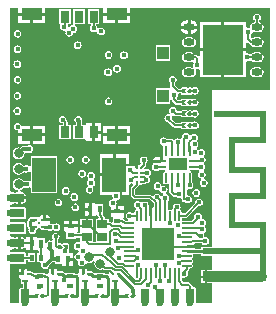
<source format=gtl>
G04 Layer_Physical_Order=1*
G04 Layer_Color=255*
%FSLAX44Y44*%
%MOMM*%
G71*
G01*
G75*
%ADD10R,0.2000X0.2000*%
%ADD11O,0.8500X0.2000*%
%ADD12O,0.2000X0.8500*%
%ADD13R,2.8000X2.8000*%
%ADD14C,0.2200*%
%ADD15R,0.6000X0.4000*%
%ADD16R,2.0000X3.0000*%
%ADD17R,0.4000X0.6000*%
G04:AMPARAMS|DCode=18|XSize=0.45mm|YSize=0.23mm|CornerRadius=0mm|HoleSize=0mm|Usage=FLASHONLY|Rotation=0.000|XOffset=0mm|YOffset=0mm|HoleType=Round|Shape=Octagon|*
%AMOCTAGOND18*
4,1,8,0.2250,-0.0575,0.2250,0.0575,0.1675,0.1150,-0.1675,0.1150,-0.2250,0.0575,-0.2250,-0.0575,-0.1675,-0.1150,0.1675,-0.1150,0.2250,-0.0575,0.0*
%
%ADD18OCTAGOND18*%

%ADD19C,0.2500*%
%ADD20R,0.8500X0.7500*%
%ADD21R,0.5000X0.2500*%
%ADD22R,0.2000X0.2500*%
%ADD23R,0.5000X0.5000*%
%ADD24R,0.5000X0.9000*%
%ADD25R,1.5000X1.0000*%
%ADD26O,0.2500X0.9000*%
%ADD27O,0.9000X0.2500*%
%ADD28O,0.9500X0.6000*%
%ADD29R,3.4000X4.2000*%
%ADD30C,0.8000*%
%ADD31R,0.8000X1.0000*%
%ADD32R,1.8000X1.0000*%
%ADD33R,1.0000X1.1000*%
%ADD34C,0.2000*%
%ADD35C,0.2500*%
%ADD36C,0.5000*%
%ADD37C,0.9000*%
%ADD38C,0.1500*%
%ADD39C,0.2300*%
%ADD40C,0.3000*%
%ADD41C,0.1800*%
%ADD42C,0.2510*%
%ADD43C,0.6000*%
%ADD44C,0.4500*%
%ADD45C,0.5000*%
%ADD46R,0.8000X1.2000*%
%ADD47R,1.2000X0.8000*%
G36*
X79666Y3900D02*
X77666D01*
X75666Y5900D01*
X77666Y7900D01*
X79666D01*
Y3900D01*
D02*
G37*
G36*
X73647Y5900D02*
X75647Y3900D01*
X71647D01*
Y7900D01*
X75647D01*
X73647Y5900D01*
D02*
G37*
G36*
X99080D02*
X101080Y3900D01*
X97080D01*
Y7900D01*
X101080D01*
X99080Y5900D01*
D02*
G37*
G36*
X162000Y40100D02*
X165155D01*
X165500Y40031D01*
X171000D01*
Y28208D01*
X167520D01*
X166978Y28100D01*
X162000D01*
Y23041D01*
X161912Y22600D01*
X162000Y22159D01*
Y17100D01*
X166978D01*
X167520Y16992D01*
X171000D01*
Y0D01*
X157549D01*
X157482Y100D01*
Y12100D01*
X157165Y12865D01*
X156400Y13182D01*
X154439D01*
Y14100D01*
X154284Y14880D01*
X153842Y15542D01*
X153842Y15542D01*
X152342Y17042D01*
X151680Y17484D01*
X150900Y17639D01*
X146745D01*
X145239Y19145D01*
Y21014D01*
X146509Y21730D01*
X147450Y21543D01*
X148718Y21795D01*
X149793Y22514D01*
X150511Y23589D01*
X150764Y24857D01*
X150511Y26125D01*
X150892Y27208D01*
X151334Y27870D01*
X151489Y28650D01*
X152258Y29611D01*
X152700D01*
X153480Y29766D01*
X154142Y30208D01*
X154584Y30870D01*
X154739Y31650D01*
X154584Y32430D01*
X154142Y33092D01*
Y34208D01*
X154584Y34870D01*
X154739Y35650D01*
X154584Y36430D01*
X154142Y37092D01*
Y38208D01*
X154584Y38870D01*
X154739Y39650D01*
X154654Y40081D01*
X155221Y41073D01*
X155496Y41351D01*
X162000D01*
Y40100D01*
D02*
G37*
G36*
X105100Y3900D02*
X103100D01*
X101100Y5900D01*
X103100Y7900D01*
X105100D01*
Y3900D01*
D02*
G37*
G36*
X22780Y5900D02*
X24780Y3900D01*
X20780D01*
Y7900D01*
X24780D01*
X22780Y5900D01*
D02*
G37*
G36*
X220000Y180000D02*
X171000D01*
Y47169D01*
X165500D01*
X165155Y47100D01*
X162000D01*
Y45949D01*
X157232D01*
X156890Y46380D01*
X149450D01*
Y48920D01*
X156057D01*
X156035Y49031D01*
X155624Y49646D01*
X156296Y50916D01*
X162066D01*
X162607Y50107D01*
X163682Y49389D01*
X164950Y49136D01*
X166218Y49389D01*
X167293Y50107D01*
X168011Y51182D01*
X168263Y52450D01*
X168011Y53718D01*
X167293Y54793D01*
X166218Y55511D01*
X164950Y55764D01*
X164558Y56981D01*
X164361Y57968D01*
X164311Y58044D01*
X164108Y59299D01*
X165183Y60017D01*
X165901Y61092D01*
X166154Y62360D01*
X165901Y63628D01*
X165358Y64441D01*
X165183Y64758D01*
X165190Y66226D01*
X165461Y66632D01*
X165713Y67900D01*
X165461Y69168D01*
X164743Y70243D01*
X163668Y70961D01*
X163218Y71051D01*
X162386Y71374D01*
X162296Y72430D01*
X162360Y72750D01*
X162108Y74018D01*
X161389Y75093D01*
X160314Y75811D01*
X159046Y76064D01*
X157778Y75811D01*
X156703Y75093D01*
X155985Y74018D01*
X155732Y72750D01*
X155937Y71721D01*
X153905Y69689D01*
X146343D01*
X146077Y69812D01*
X145362Y70527D01*
X145333Y70591D01*
X145812Y71861D01*
X148700D01*
X149480Y72016D01*
X150142Y72458D01*
X159542Y81858D01*
X159900Y81786D01*
X161168Y82039D01*
X162243Y82757D01*
X162961Y83832D01*
X163214Y85100D01*
X162961Y86368D01*
X162243Y87443D01*
X161168Y88161D01*
X159900Y88414D01*
X158632Y88161D01*
X157557Y87443D01*
X156839Y86368D01*
X156586Y85100D01*
X156658Y84741D01*
X147855Y75939D01*
X145239D01*
Y77150D01*
X145084Y77930D01*
X144642Y78592D01*
X144219Y79854D01*
X144471Y81122D01*
X144219Y82390D01*
X143500Y83465D01*
X142425Y84183D01*
X141157Y84435D01*
X139889Y84183D01*
X138814Y83465D01*
X138096Y82390D01*
X137844Y81122D01*
X137913Y80774D01*
X137758Y80620D01*
X137316Y79959D01*
X137265Y79703D01*
X136063Y79060D01*
X135891Y79052D01*
X135200Y79189D01*
X134509Y79052D01*
X134381Y79058D01*
X133239Y79773D01*
Y83560D01*
X133284Y83627D01*
X133439Y84407D01*
X133439Y84407D01*
Y86254D01*
X133743Y86457D01*
X134461Y87532D01*
X134714Y88800D01*
X134461Y90068D01*
X133743Y91143D01*
X132668Y91861D01*
X131887Y92017D01*
X131640Y93358D01*
X132302Y93800D01*
X133020Y94875D01*
X133272Y96143D01*
X133020Y97411D01*
X132302Y98486D01*
X131227Y99204D01*
X129959Y99457D01*
X128691Y99204D01*
X127863Y100179D01*
X127851Y100238D01*
X127133Y101313D01*
X126058Y102031D01*
X124790Y102284D01*
X123522Y102031D01*
X122447Y101313D01*
X121729Y100238D01*
X121476Y98970D01*
X121729Y97702D01*
X122447Y96627D01*
X123522Y95909D01*
X124790Y95656D01*
X126058Y95909D01*
X126885Y94934D01*
X126897Y94875D01*
X127616Y93800D01*
X128691Y93082D01*
X129280Y92964D01*
X129584Y91752D01*
X128792Y90858D01*
X128412Y90821D01*
X127431Y90996D01*
X126883Y91817D01*
X125808Y92535D01*
X124540Y92787D01*
X123272Y92535D01*
X122197Y91817D01*
X121638Y90981D01*
X120249Y90574D01*
X119562Y91262D01*
X118983Y91649D01*
X118300Y91784D01*
X106262D01*
X105784Y92262D01*
Y96186D01*
X108262Y98664D01*
X108649Y99242D01*
X108784Y99925D01*
X110054Y100506D01*
X110181Y100422D01*
X111000Y100259D01*
X111513Y100361D01*
X113200D01*
X113980Y100516D01*
X114642Y100958D01*
X114942Y101258D01*
X115300Y101186D01*
X116568Y101439D01*
X117643Y102157D01*
X118361Y103232D01*
X118614Y104500D01*
X118361Y105768D01*
X117981Y106337D01*
X117657Y106867D01*
X118278Y107947D01*
X118443Y108057D01*
X119161Y109132D01*
X119414Y110400D01*
X119161Y111668D01*
X118443Y112743D01*
X117368Y113461D01*
X116100Y113714D01*
X114832Y113461D01*
X114559Y113279D01*
X113749Y114265D01*
X114642Y115158D01*
X114642Y115158D01*
X115084Y115820D01*
X115239Y116600D01*
X115239Y116600D01*
Y118354D01*
X115543Y118557D01*
X116261Y119632D01*
X116514Y120900D01*
X116261Y122168D01*
X115543Y123243D01*
X114468Y123961D01*
X113200Y124214D01*
X111932Y123961D01*
X110857Y123243D01*
X110139Y122168D01*
X109886Y120900D01*
X110139Y119632D01*
X110857Y118557D01*
X110877Y118128D01*
X109714Y117015D01*
X109624Y117024D01*
X108420Y117829D01*
X108270Y117859D01*
Y114400D01*
X105730D01*
Y117859D01*
X105580Y117829D01*
X104376Y117024D01*
X103571Y115820D01*
X102291Y115896D01*
X101700Y116014D01*
X100840Y116719D01*
Y126240D01*
X89570D01*
Y108700D01*
X88300D01*
Y107430D01*
X75760D01*
Y91160D01*
X85860D01*
X86484Y90399D01*
X86737Y89131D01*
X86810Y89022D01*
X86806Y88952D01*
X86167Y87698D01*
X85482Y87561D01*
X84407Y86843D01*
X83689Y85768D01*
X83436Y84500D01*
X83689Y83232D01*
X84407Y82157D01*
X85360Y81520D01*
Y78970D01*
X90900D01*
X96440D01*
Y82240D01*
X90560D01*
X89867Y83510D01*
X90064Y84500D01*
X89811Y85768D01*
X89739Y85877D01*
X89742Y85947D01*
X90381Y87201D01*
X91066Y87337D01*
X92141Y88056D01*
X92860Y89131D01*
X93112Y90399D01*
X93737Y91160D01*
X100840D01*
Y100189D01*
X102110Y101164D01*
X102500Y101086D01*
X103071Y101200D01*
X104266Y100362D01*
X104345Y100202D01*
X104365Y99814D01*
X102738Y98187D01*
X102352Y97608D01*
X102216Y96925D01*
Y91523D01*
X102352Y90840D01*
X102738Y90261D01*
X104262Y88738D01*
X104840Y88351D01*
X105523Y88216D01*
X117561D01*
X121416Y84361D01*
Y81338D01*
X120470Y80767D01*
Y73900D01*
X117930D01*
Y81026D01*
X117239Y81509D01*
Y82427D01*
X117313Y82801D01*
X117061Y84069D01*
X116343Y85144D01*
X115268Y85862D01*
X114000Y86114D01*
X112732Y85862D01*
X111816Y85250D01*
X111657Y85144D01*
X110343Y85343D01*
X109268Y86061D01*
X108000Y86314D01*
X106732Y86061D01*
X105657Y85343D01*
X104939Y84268D01*
X104686Y83000D01*
X104939Y81732D01*
X105657Y80657D01*
X106210Y80287D01*
X106281Y79865D01*
X106155Y78857D01*
X105758Y78592D01*
X105316Y77930D01*
X105161Y77150D01*
Y75939D01*
X103546D01*
X103343Y76243D01*
X102268Y76961D01*
X101000Y77214D01*
X99732Y76961D01*
X98657Y76243D01*
X97939Y75168D01*
X97686Y73900D01*
X97939Y72632D01*
X98657Y71557D01*
X99551Y70959D01*
X99519Y70214D01*
X99340Y69689D01*
X97895D01*
X96442Y71142D01*
X95780Y71584D01*
X95603Y71619D01*
X95557Y72065D01*
X96440Y73160D01*
X96440D01*
Y76430D01*
X90900D01*
X85360D01*
Y73160D01*
X85821D01*
X86900Y72700D01*
X86900Y71890D01*
Y68619D01*
X86416Y68266D01*
X85630Y68017D01*
X85283Y68249D01*
X84600Y68384D01*
X83450D01*
Y71350D01*
X81082D01*
X80239Y72200D01*
X80084Y72980D01*
X79642Y73642D01*
X79642Y73642D01*
X78432Y74852D01*
X78700Y75500D01*
X78700D01*
Y83500D01*
X72700Y83500D01*
X72240Y84579D01*
Y85040D01*
X68970D01*
Y79500D01*
Y73960D01*
X72240D01*
Y73960D01*
X73172Y74574D01*
X73563Y74638D01*
X73686Y74574D01*
X73816Y73920D01*
X74258Y73258D01*
X74896Y72620D01*
X74370Y71350D01*
X72950D01*
Y61850D01*
X72950Y61850D01*
Y60850D01*
X72950D01*
X72950Y60580D01*
Y51384D01*
X69950D01*
Y60580D01*
X69950Y60850D01*
Y61850D01*
X69950Y62120D01*
Y71350D01*
X59450D01*
Y62120D01*
X59450Y61850D01*
Y60850D01*
X59450Y60580D01*
Y59239D01*
X56485D01*
X56442Y59447D01*
X57040Y60660D01*
X57040D01*
Y63930D01*
X51500D01*
X45960D01*
Y60660D01*
X46420D01*
X47500Y60200D01*
X47500Y59390D01*
Y54200D01*
X55500D01*
Y55161D01*
X59450D01*
Y52133D01*
X59097Y51819D01*
X58194Y51316D01*
X57200Y51514D01*
X55932Y51261D01*
X54857Y50543D01*
X54138Y49468D01*
X53886Y48200D01*
X54138Y46932D01*
X54857Y45857D01*
X55932Y45139D01*
X56861Y44954D01*
X57539Y44439D01*
X58006Y43824D01*
X57744Y42583D01*
X57151Y42285D01*
X56532Y42161D01*
X55457Y41443D01*
X54739Y40368D01*
X54486Y39100D01*
X54739Y37832D01*
X55457Y36757D01*
X56532Y36039D01*
X56555Y36034D01*
X57638Y35468D01*
X57386Y34200D01*
X57639Y32932D01*
X58357Y31857D01*
X59432Y31139D01*
X60700Y30886D01*
X61968Y31139D01*
X63043Y31857D01*
X63761Y32932D01*
X63824Y33248D01*
X64833Y34077D01*
X65175Y34025D01*
X66800Y33702D01*
X68751Y34090D01*
X70405Y35195D01*
X70489Y35322D01*
X71686Y34826D01*
X71402Y33400D01*
X71790Y31449D01*
X72895Y29795D01*
X74549Y28690D01*
X76500Y28302D01*
X78451Y28690D01*
X78592Y28784D01*
X78888Y28488D01*
X79467Y28101D01*
X80150Y27966D01*
X83660D01*
Y24681D01*
X82390Y24277D01*
X81878Y24619D01*
X81000Y24794D01*
X80000D01*
Y25500D01*
X72000D01*
Y25500D01*
X70730Y25414D01*
X69822Y26322D01*
X69078Y26819D01*
X68200Y26994D01*
X65733D01*
X65273Y28198D01*
Y28490D01*
X63003D01*
Y24700D01*
X60463D01*
Y28490D01*
X58193D01*
Y25335D01*
X56987Y24625D01*
X56923Y24630D01*
X56100Y24794D01*
X54750D01*
Y25500D01*
X46750D01*
X46750Y25500D01*
Y25500D01*
X45628Y25916D01*
X45222Y26322D01*
X44478Y26819D01*
X43600Y26994D01*
X40267D01*
X39807Y28198D01*
Y28490D01*
X37537D01*
Y24700D01*
X34997D01*
Y28490D01*
X32727D01*
Y25079D01*
X31480Y24384D01*
X30700Y24539D01*
X30700Y24539D01*
X29500D01*
Y25500D01*
X21500D01*
Y25500D01*
X20230Y25254D01*
X19342Y26142D01*
X18680Y26584D01*
X17900Y26739D01*
X16800D01*
Y26950D01*
X14340D01*
Y28490D01*
X12070D01*
Y24700D01*
X10800D01*
Y23430D01*
X7260D01*
Y20910D01*
X8220D01*
X9300Y20450D01*
Y15950D01*
X10506D01*
Y13082D01*
X8700D01*
X7935Y12765D01*
X7618Y12000D01*
Y0D01*
X0D01*
Y33018D01*
X12000D01*
X12765Y33335D01*
X13082Y34100D01*
Y36061D01*
X15100D01*
Y34300D01*
X21100D01*
Y42300D01*
X15100D01*
Y40139D01*
X13082D01*
Y42100D01*
X12765Y42865D01*
X12000Y43182D01*
X0D01*
Y45152D01*
X2162Y45581D01*
X3994Y46806D01*
X4006D01*
X5838Y45581D01*
X6730Y45404D01*
Y50800D01*
Y56196D01*
X5838Y56019D01*
X4006Y54794D01*
X3994D01*
X2162Y56019D01*
X0Y56448D01*
Y58418D01*
X12000D01*
X12765Y58735D01*
X13082Y59500D01*
Y67500D01*
X12765Y68265D01*
X12000Y68582D01*
X0D01*
Y71118D01*
X12000D01*
X12765Y71435D01*
X13082Y72200D01*
Y80200D01*
X12765Y80965D01*
X12000Y81282D01*
X0D01*
Y83251D01*
X2162Y83681D01*
X3994Y84906D01*
X4006D01*
X5838Y83681D01*
X6730Y83504D01*
Y88900D01*
X8000D01*
Y90170D01*
X13396D01*
X13219Y91062D01*
X11994Y92894D01*
X10162Y94119D01*
X8709Y94407D01*
Y95702D01*
X9151Y95790D01*
X10805Y96895D01*
X11510Y97951D01*
X11865D01*
X12632Y97439D01*
X13900Y97186D01*
X15168Y97439D01*
X16030Y98014D01*
X16818Y97774D01*
X17300Y97453D01*
Y92700D01*
X39300D01*
Y124700D01*
X17300D01*
Y116522D01*
X16712Y116188D01*
X16030Y116002D01*
X15118Y116611D01*
X13850Y116864D01*
X12582Y116611D01*
X11815Y116099D01*
X11510D01*
X10805Y117155D01*
X9151Y118260D01*
X7200Y118648D01*
X5249Y118260D01*
X3595Y117155D01*
X2490Y115501D01*
X2102Y113550D01*
X2490Y111599D01*
X3595Y109945D01*
X5249Y108840D01*
X7200Y108452D01*
X9151Y108840D01*
X10805Y109945D01*
X11510Y111001D01*
X11815D01*
X12582Y110489D01*
X13850Y110236D01*
X15118Y110489D01*
X16030Y111098D01*
X16712Y110912D01*
X17300Y110577D01*
Y103547D01*
X16818Y103226D01*
X16030Y102985D01*
X15168Y103561D01*
X13900Y103814D01*
X12632Y103561D01*
X11865Y103049D01*
X11510D01*
X10805Y104105D01*
X9151Y105210D01*
X7200Y105598D01*
X5249Y105210D01*
X3595Y104105D01*
X2490Y102451D01*
X2102Y100500D01*
X2490Y98549D01*
X3595Y96895D01*
X5249Y95790D01*
X6491Y95543D01*
Y94248D01*
X5838Y94119D01*
X4006Y92894D01*
X3994D01*
X2162Y94119D01*
X0Y94549D01*
Y250000D01*
X6560D01*
Y245770D01*
X18100D01*
X29640D01*
Y250000D01*
X78560D01*
Y245770D01*
X90100D01*
X101640D01*
Y250000D01*
X220000D01*
Y180000D01*
D02*
G37*
G36*
X28800Y3900D02*
X26800D01*
X24800Y5900D01*
X26800Y7900D01*
X28800D01*
Y3900D01*
D02*
G37*
G36*
X54233D02*
X52233D01*
X50233Y5900D01*
X52233Y7900D01*
X54233D01*
Y3900D01*
D02*
G37*
G36*
X48214Y5900D02*
X50214Y3900D01*
X46214D01*
Y7900D01*
X50214D01*
X48214Y5900D01*
D02*
G37*
%LPC*%
G36*
X16300Y133714D02*
X15032Y133461D01*
X14265Y132949D01*
X11000D01*
X10025Y132755D01*
X9198Y132202D01*
X8446Y131450D01*
X7200Y131698D01*
X5249Y131310D01*
X3595Y130205D01*
X2490Y128551D01*
X2102Y126600D01*
X2490Y124649D01*
X3595Y122995D01*
X5249Y121890D01*
X7200Y121502D01*
X9151Y121890D01*
X10805Y122995D01*
X11910Y124649D01*
X12298Y126600D01*
X13344Y127851D01*
X14265D01*
X15032Y127339D01*
X16300Y127086D01*
X17568Y127339D01*
X18643Y128057D01*
X19361Y129132D01*
X19614Y130400D01*
X19361Y131668D01*
X18643Y132743D01*
X17568Y133461D01*
X16300Y133714D01*
D02*
G37*
G36*
X126630Y123864D02*
X124650D01*
X123171Y123570D01*
X121918Y122732D01*
X121080Y121479D01*
X121038Y121270D01*
X126630D01*
Y123864D01*
D02*
G37*
G36*
X29640Y141230D02*
X19370D01*
Y134960D01*
X29640D01*
Y141230D01*
D02*
G37*
G36*
X16830D02*
X6560D01*
Y134960D01*
X16830D01*
Y141230D01*
D02*
G37*
G36*
X87030Y126240D02*
X75760D01*
Y109970D01*
X87030D01*
Y126240D01*
D02*
G37*
G36*
X61000Y112814D02*
X59732Y112561D01*
X58657Y111843D01*
X57939Y110768D01*
X57686Y109500D01*
X57939Y108232D01*
X58657Y107157D01*
X59732Y106439D01*
X61000Y106186D01*
X62268Y106439D01*
X63343Y107157D01*
X64061Y108232D01*
X64314Y109500D01*
X64061Y110768D01*
X63343Y111843D01*
X62268Y112561D01*
X61000Y112814D01*
D02*
G37*
G36*
X51000Y124714D02*
X49732Y124461D01*
X48657Y123743D01*
X47939Y122668D01*
X47686Y121400D01*
X47939Y120132D01*
X48657Y119057D01*
X49732Y118339D01*
X51000Y118086D01*
X52268Y118339D01*
X53343Y119057D01*
X54061Y120132D01*
X54314Y121400D01*
X54061Y122668D01*
X53343Y123743D01*
X52268Y124461D01*
X51000Y124714D01*
D02*
G37*
G36*
X64000Y124614D02*
X62732Y124361D01*
X61657Y123643D01*
X60939Y122568D01*
X60686Y121300D01*
X60939Y120032D01*
X61657Y118957D01*
X62732Y118239D01*
X64000Y117986D01*
X65268Y118239D01*
X66343Y118957D01*
X67061Y120032D01*
X67314Y121300D01*
X67061Y122568D01*
X66343Y123643D01*
X65268Y124361D01*
X64000Y124614D01*
D02*
G37*
G36*
X148700Y143814D02*
X147432Y143561D01*
X146357Y142843D01*
X145639Y141768D01*
X145386Y140500D01*
X145458Y140141D01*
X145016Y139480D01*
X145003Y139417D01*
X143635Y138850D01*
X143168Y139161D01*
X141900Y139414D01*
X140632Y139161D01*
X139557Y138443D01*
X139479Y138326D01*
X139280Y138224D01*
X137874Y138210D01*
X137642Y138442D01*
X136980Y138884D01*
X136200Y139039D01*
X132446D01*
X132243Y139343D01*
X131168Y140061D01*
X129900Y140314D01*
X128632Y140061D01*
X127557Y139343D01*
X126839Y138268D01*
X126586Y137000D01*
X126839Y135732D01*
X127557Y134657D01*
X128632Y133939D01*
X128776Y133910D01*
X129781Y133128D01*
X129606Y132250D01*
Y125750D01*
X129728Y125134D01*
X129247Y124242D01*
X129170Y124151D01*
Y120000D01*
X127900D01*
Y118730D01*
X121038D01*
X121080Y118521D01*
X121667Y117642D01*
X121201Y117330D01*
X120482Y116255D01*
X120230Y114987D01*
X120482Y113719D01*
X121201Y112644D01*
X122276Y111926D01*
X123544Y111674D01*
X124812Y111926D01*
X125887Y112644D01*
X125928Y112706D01*
X131150D01*
X131828Y112092D01*
X131530Y111470D01*
X131022Y111369D01*
X130278Y110872D01*
X129781Y110128D01*
X129606Y109250D01*
Y102750D01*
X129781Y101872D01*
X130278Y101128D01*
X131022Y100631D01*
X131900Y100456D01*
X132778Y100631D01*
X133522Y101128D01*
X133591Y101231D01*
X134861Y100845D01*
Y94100D01*
X135016Y93320D01*
X135458Y92658D01*
X135613Y92503D01*
X135613Y92503D01*
X135613Y92503D01*
X137498Y90618D01*
X137498Y90618D01*
X138160Y90176D01*
X138940Y90021D01*
X138940Y90021D01*
X140494D01*
X140697Y89717D01*
X141772Y88999D01*
X143040Y88746D01*
X143981Y88933D01*
X145251Y88217D01*
Y87790D01*
X145406Y87010D01*
X145848Y86348D01*
X145858Y86338D01*
X146520Y85896D01*
X147300Y85741D01*
X147300Y85741D01*
X148014D01*
X148217Y85437D01*
X149292Y84719D01*
X150560Y84466D01*
X151828Y84719D01*
X152903Y85437D01*
X153621Y86512D01*
X153874Y87780D01*
X153621Y89048D01*
X152903Y90123D01*
X151828Y90841D01*
X150560Y91094D01*
X150311Y91044D01*
X149329Y91850D01*
Y95982D01*
X150599Y96660D01*
X150632Y96639D01*
X151900Y96386D01*
X153168Y96639D01*
X154243Y97357D01*
X154961Y98432D01*
X155214Y99700D01*
X154961Y100968D01*
X154243Y102043D01*
X154076Y102155D01*
X154194Y102750D01*
Y109250D01*
X154019Y110128D01*
X153522Y110872D01*
X152778Y111369D01*
X152270Y111470D01*
X151972Y112092D01*
X152650Y112706D01*
X159150D01*
X159603Y112207D01*
X159857Y110943D01*
X159139Y109868D01*
X158886Y108600D01*
X159139Y107332D01*
X159857Y106257D01*
X160932Y105539D01*
X161415Y105442D01*
X161683Y104094D01*
X161457Y103943D01*
X160739Y102868D01*
X160486Y101600D01*
X160739Y100332D01*
X161457Y99257D01*
X162532Y98539D01*
X163800Y98286D01*
X165068Y98539D01*
X166143Y99257D01*
X166861Y100332D01*
X167114Y101600D01*
X166861Y102868D01*
X166143Y103943D01*
X165068Y104661D01*
X164585Y104757D01*
X164317Y106106D01*
X164543Y106257D01*
X165261Y107332D01*
X165514Y108600D01*
X165261Y109868D01*
X164543Y110943D01*
X163979Y111320D01*
X163876Y112746D01*
X163892Y112789D01*
X164143Y112957D01*
X164861Y114032D01*
X165114Y115300D01*
X164861Y116568D01*
X164427Y117219D01*
X164443Y118757D01*
X165161Y119832D01*
X165414Y121100D01*
X165161Y122368D01*
X164443Y123443D01*
X164343Y123510D01*
Y124100D01*
X164477Y124948D01*
X165061Y125821D01*
X165313Y127089D01*
X165061Y128357D01*
X164343Y129432D01*
X163268Y130151D01*
X162000Y130403D01*
X160732Y130151D01*
X159657Y129432D01*
X159184D01*
X158843Y129943D01*
X158129Y130420D01*
X157974Y131586D01*
X158042Y131889D01*
X158443Y132157D01*
X159161Y133232D01*
X159413Y134500D01*
X159161Y135768D01*
X158443Y136843D01*
X157943Y137177D01*
Y137657D01*
X158661Y138732D01*
X158914Y140000D01*
X158661Y141268D01*
X157943Y142343D01*
X156868Y143061D01*
X155600Y143314D01*
X154332Y143061D01*
X153257Y142343D01*
X153014Y141980D01*
X152626Y141914D01*
X151553Y142079D01*
X151043Y142843D01*
X149968Y143561D01*
X148700Y143814D01*
D02*
G37*
G36*
X44400Y158614D02*
X43132Y158361D01*
X42057Y157643D01*
X41339Y156568D01*
X41086Y155300D01*
X41339Y154032D01*
X42057Y152957D01*
X43132Y152239D01*
X44400Y151986D01*
X44561Y151854D01*
Y150500D01*
X41600D01*
Y138500D01*
X51600D01*
Y150500D01*
X48639D01*
Y153100D01*
X48484Y153880D01*
X48042Y154542D01*
X47642Y154942D01*
X47714Y155300D01*
X47461Y156568D01*
X46743Y157643D01*
X45668Y158361D01*
X44400Y158614D01*
D02*
G37*
G36*
X6300Y152714D02*
X5032Y152461D01*
X3957Y151743D01*
X3239Y150668D01*
X2986Y149400D01*
X3239Y148132D01*
X3957Y147057D01*
X5032Y146339D01*
X6300Y146086D01*
X6560Y145873D01*
Y143770D01*
X16830D01*
Y150040D01*
X9486D01*
X9361Y150668D01*
X8643Y151743D01*
X7568Y152461D01*
X6300Y152714D01*
D02*
G37*
G36*
X88830Y150040D02*
X78560D01*
Y143770D01*
X88830D01*
Y150040D01*
D02*
G37*
G36*
X101640Y141230D02*
X91370D01*
Y134960D01*
X101640D01*
Y141230D01*
D02*
G37*
G36*
X88830D02*
X78560D01*
Y134960D01*
X88830D01*
Y141230D01*
D02*
G37*
G36*
X77140Y143230D02*
X71870D01*
Y136960D01*
X77140D01*
Y143230D01*
D02*
G37*
G36*
X57800Y158314D02*
X56532Y158061D01*
X55457Y157343D01*
X54739Y156268D01*
X54486Y155000D01*
X54739Y153732D01*
X55457Y152657D01*
X56051Y152260D01*
Y150500D01*
X53600D01*
Y138500D01*
X63600Y138500D01*
X64060Y137421D01*
Y136960D01*
X69330D01*
Y144500D01*
Y152040D01*
X64060D01*
Y151580D01*
X63600Y150500D01*
X62790Y150500D01*
X61149D01*
Y154200D01*
X61052Y154689D01*
X61114Y155000D01*
X60861Y156268D01*
X60143Y157343D01*
X59068Y158061D01*
X57800Y158314D01*
D02*
G37*
G36*
X68600Y111114D02*
X67332Y110861D01*
X66257Y110143D01*
X65539Y109068D01*
X65286Y107800D01*
X65539Y106532D01*
X66257Y105457D01*
X66272Y105447D01*
Y103920D01*
X66157Y103843D01*
X65438Y102768D01*
X65186Y101500D01*
X65438Y100232D01*
X65526Y100101D01*
X65922Y98989D01*
X65202Y98474D01*
X64857Y98243D01*
X64139Y97168D01*
X63886Y95900D01*
X64139Y94632D01*
X64857Y93557D01*
X65932Y92839D01*
X67200Y92586D01*
X68468Y92839D01*
X69543Y93557D01*
X70261Y94632D01*
X70514Y95900D01*
X70261Y97168D01*
X70174Y97299D01*
X69778Y98411D01*
X70498Y98926D01*
X70843Y99157D01*
X71561Y100232D01*
X71814Y101500D01*
X71561Y102768D01*
X70843Y103843D01*
X70828Y103853D01*
Y105380D01*
X70943Y105457D01*
X71661Y106532D01*
X71914Y107800D01*
X71661Y109068D01*
X70943Y110143D01*
X69868Y110861D01*
X68600Y111114D01*
D02*
G37*
G36*
X57040Y69740D02*
X52770D01*
Y66470D01*
X57040D01*
Y69740D01*
D02*
G37*
G36*
X50230D02*
X45960D01*
Y66470D01*
X50230D01*
Y69740D01*
D02*
G37*
G36*
X27480Y74340D02*
X25805D01*
X24343Y72878D01*
X22760Y72665D01*
X22625Y72800D01*
X21174D01*
X20450Y72944D01*
X17950D01*
X17072Y72769D01*
X16328Y72272D01*
X15278Y71222D01*
X14781Y70478D01*
X14606Y69600D01*
Y64900D01*
X14781Y64022D01*
X15278Y63278D01*
X15697Y62859D01*
X15476Y61750D01*
X15729Y60482D01*
X16447Y59407D01*
X17522Y58689D01*
X18790Y58436D01*
X20058Y58689D01*
X21133Y59407D01*
X21851Y60482D01*
X22104Y61750D01*
X22309Y62000D01*
X22625D01*
X23700Y63075D01*
Y63990D01*
X23965Y64319D01*
X24366D01*
X25500Y63158D01*
Y63075D01*
X26575Y62000D01*
X28538D01*
X28750Y61958D01*
X31306D01*
X31407Y61807D01*
X32482Y61089D01*
X33750Y60836D01*
X35018Y61089D01*
X35531Y61431D01*
X36450Y61702D01*
X37369Y61431D01*
X37882Y61089D01*
X39150Y60836D01*
X40418Y61089D01*
X41493Y61807D01*
X42211Y62882D01*
X42464Y64150D01*
X42211Y65418D01*
X41493Y66493D01*
X40418Y67211D01*
X39150Y67464D01*
X37882Y67211D01*
X37369Y66869D01*
X36450Y66598D01*
X35531Y66869D01*
X35018Y67211D01*
X33954Y67423D01*
X33595Y68061D01*
X33430Y68695D01*
X33540Y68805D01*
Y69380D01*
X28750D01*
Y70650D01*
X27480D01*
Y74340D01*
D02*
G37*
G36*
X31695D02*
X30020D01*
Y71920D01*
X33540D01*
Y72495D01*
X31695Y74340D01*
D02*
G37*
G36*
X53240Y35630D02*
X49970D01*
Y31360D01*
X53240D01*
Y35630D01*
D02*
G37*
G36*
X9530Y28490D02*
X7260D01*
Y25970D01*
X9530D01*
Y28490D01*
D02*
G37*
G36*
X38600Y59613D02*
X37332Y59361D01*
X36257Y58643D01*
X35538Y57568D01*
X35286Y56300D01*
X35538Y55032D01*
X36037Y54285D01*
X35962Y53558D01*
X35175Y52985D01*
X34771Y52781D01*
X33600Y53014D01*
X32332Y52761D01*
X31257Y52043D01*
X30539Y50968D01*
X30370Y50121D01*
X29100Y50246D01*
Y54600D01*
X23100D01*
X22640Y55679D01*
Y56140D01*
X19370D01*
Y50600D01*
Y45060D01*
X22640D01*
X22640Y45060D01*
X22791Y45115D01*
X24061Y44225D01*
Y42300D01*
X23100D01*
Y34300D01*
X25683D01*
X26451Y33030D01*
X26286Y32200D01*
X26539Y30932D01*
X27257Y29857D01*
X28332Y29139D01*
X29600Y28886D01*
X30868Y29139D01*
X31943Y29857D01*
X32661Y30932D01*
X32717Y31212D01*
X35856Y34351D01*
X37700D01*
Y32900D01*
X43700D01*
X44160Y31820D01*
Y31360D01*
X47430D01*
Y36900D01*
X48700D01*
Y38170D01*
X53240D01*
Y42440D01*
X50684D01*
X49878Y43422D01*
X49914Y43600D01*
X49661Y44868D01*
X49600Y44960D01*
X49782Y45400D01*
Y49400D01*
X49465Y50165D01*
X48700Y50482D01*
X44700D01*
X43935Y50165D01*
X43527Y50084D01*
X43446Y50165D01*
X42681Y50482D01*
X40681D01*
X40639Y50510D01*
Y53754D01*
X40943Y53957D01*
X41661Y55032D01*
X41914Y56300D01*
X41661Y57568D01*
X40943Y58643D01*
X39868Y59361D01*
X38600Y59613D01*
D02*
G37*
G36*
X9270Y56196D02*
Y50800D01*
Y45404D01*
X10162Y45581D01*
X11994Y46806D01*
X12290Y47249D01*
X13560Y46863D01*
Y45060D01*
X16830D01*
Y50600D01*
Y56140D01*
X13560D01*
Y54736D01*
X12290Y54351D01*
X11994Y54794D01*
X10162Y56019D01*
X9270Y56196D01*
D02*
G37*
G36*
X54200Y93013D02*
X52932Y92761D01*
X51857Y92043D01*
X51139Y90968D01*
X50886Y89700D01*
X51139Y88432D01*
X51857Y87357D01*
X52932Y86638D01*
X54200Y86386D01*
X55468Y86638D01*
X56543Y87357D01*
X57261Y88432D01*
X57514Y89700D01*
X57261Y90968D01*
X56543Y92043D01*
X55468Y92761D01*
X54200Y93013D01*
D02*
G37*
G36*
X13396Y87630D02*
X9270D01*
Y83504D01*
X10162Y83681D01*
X11994Y84906D01*
X13219Y86738D01*
X13396Y87630D01*
D02*
G37*
G36*
X47200Y98113D02*
X45932Y97861D01*
X44857Y97143D01*
X44138Y96068D01*
X43886Y94800D01*
X44138Y93532D01*
X44857Y92457D01*
X45932Y91738D01*
X47200Y91486D01*
X48468Y91738D01*
X49543Y92457D01*
X50261Y93532D01*
X50514Y94800D01*
X50261Y96068D01*
X49543Y97143D01*
X48468Y97861D01*
X47200Y98113D01*
D02*
G37*
G36*
X157700Y96514D02*
X156432Y96261D01*
X155357Y95543D01*
X154639Y94468D01*
X154386Y93200D01*
X154639Y91932D01*
X155357Y90857D01*
X156432Y90139D01*
X157700Y89886D01*
X158968Y90139D01*
X160043Y90857D01*
X160761Y91932D01*
X161014Y93200D01*
X160761Y94468D01*
X160043Y95543D01*
X158968Y96261D01*
X157700Y96514D01*
D02*
G37*
G36*
X55200Y84314D02*
X53932Y84061D01*
X52857Y83343D01*
X52139Y82268D01*
X51886Y81000D01*
X52139Y79732D01*
X52857Y78657D01*
X53932Y77939D01*
X55200Y77686D01*
X56468Y77939D01*
X57543Y78657D01*
X58261Y79732D01*
X58514Y81000D01*
X58261Y82268D01*
X57543Y83343D01*
X56468Y84061D01*
X55200Y84314D01*
D02*
G37*
G36*
X66430Y78230D02*
X63160D01*
Y73960D01*
X66430D01*
Y78230D01*
D02*
G37*
G36*
X40900Y88414D02*
X39632Y88161D01*
X38557Y87443D01*
X37839Y86368D01*
X37586Y85100D01*
X37839Y83832D01*
X38557Y82757D01*
X39632Y82039D01*
X40900Y81786D01*
X42168Y82039D01*
X43243Y82757D01*
X43961Y83832D01*
X44214Y85100D01*
X43961Y86368D01*
X43243Y87443D01*
X42168Y88161D01*
X40900Y88414D01*
D02*
G37*
G36*
X66430Y85040D02*
X63160D01*
Y80770D01*
X66430D01*
Y85040D01*
D02*
G37*
G36*
X57300Y221514D02*
X56032Y221261D01*
X54957Y220543D01*
X54239Y219468D01*
X53986Y218200D01*
X54239Y216932D01*
X54957Y215857D01*
X56032Y215139D01*
X57300Y214886D01*
X58568Y215139D01*
X59643Y215857D01*
X60361Y216932D01*
X60614Y218200D01*
X60361Y219468D01*
X59643Y220543D01*
X58568Y221261D01*
X57300Y221514D01*
D02*
G37*
G36*
X6300Y218214D02*
X5032Y217961D01*
X3957Y217243D01*
X3239Y216168D01*
X2986Y214900D01*
X3239Y213632D01*
X3957Y212557D01*
X5032Y211839D01*
X6300Y211586D01*
X7568Y211839D01*
X8643Y212557D01*
X9361Y213632D01*
X9614Y214900D01*
X9361Y216168D01*
X8643Y217243D01*
X7568Y217961D01*
X6300Y218214D01*
D02*
G37*
G36*
X178930Y238040D02*
X160660D01*
Y215770D01*
X178930D01*
Y238040D01*
D02*
G37*
G36*
X6300Y231214D02*
X5032Y230961D01*
X3957Y230243D01*
X3239Y229168D01*
X2986Y227900D01*
X3239Y226632D01*
X3957Y225557D01*
X5032Y224839D01*
X6300Y224586D01*
X7568Y224839D01*
X8643Y225557D01*
X9361Y226632D01*
X9614Y227900D01*
X9361Y229168D01*
X8643Y230243D01*
X7568Y230961D01*
X6300Y231214D01*
D02*
G37*
G36*
X153200Y224928D02*
X149700D01*
X148139Y224618D01*
X146816Y223734D01*
X145932Y222411D01*
X145622Y220850D01*
X145932Y219289D01*
X146816Y217966D01*
X148139Y217082D01*
X149700Y216772D01*
X153200D01*
X154761Y217082D01*
X156084Y217966D01*
X156968Y219289D01*
X157278Y220850D01*
X156968Y222411D01*
X156084Y223734D01*
X154761Y224618D01*
X153200Y224928D01*
D02*
G37*
G36*
X135350Y218200D02*
X123350D01*
Y205200D01*
X135350D01*
Y218200D01*
D02*
G37*
G36*
X199740Y213230D02*
X181470D01*
Y190960D01*
X199740D01*
Y204036D01*
X200722Y204842D01*
X200750Y204836D01*
X202018Y205089D01*
X202672Y205525D01*
X204042Y205411D01*
X204288Y205309D01*
X204316Y205266D01*
X205639Y204382D01*
X207200Y204072D01*
X210700D01*
X212261Y204382D01*
X213584Y205266D01*
X214468Y206589D01*
X214778Y208150D01*
X214468Y209711D01*
X213584Y211034D01*
X212261Y211918D01*
X210700Y212228D01*
X207200D01*
X205639Y211918D01*
X204316Y211034D01*
X204288Y210991D01*
X204042Y210889D01*
X202672Y210775D01*
X202018Y211211D01*
X200750Y211464D01*
X200722Y211458D01*
X199740Y212264D01*
Y213230D01*
D02*
G37*
G36*
X96400Y213114D02*
X95132Y212861D01*
X94057Y212143D01*
X93339Y211068D01*
X93086Y209800D01*
X93339Y208532D01*
X94057Y207457D01*
X95132Y206739D01*
X96400Y206486D01*
X97668Y206739D01*
X98743Y207457D01*
X99461Y208532D01*
X99714Y209800D01*
X99461Y211068D01*
X98743Y212143D01*
X97668Y212861D01*
X96400Y213114D01*
D02*
G37*
G36*
X178930Y213230D02*
X160660D01*
Y209091D01*
X159390Y208594D01*
X158392Y209592D01*
X157730Y210034D01*
X156950Y210189D01*
X156648D01*
X156084Y211034D01*
X154761Y211918D01*
X153200Y212228D01*
X149700D01*
X148139Y211918D01*
X146816Y211034D01*
X145932Y209711D01*
X145622Y208150D01*
X145932Y206589D01*
X146816Y205266D01*
X148139Y204382D01*
X149700Y204072D01*
X153200D01*
X154761Y204382D01*
X155341Y203301D01*
X155433Y202859D01*
X155239Y202568D01*
X154986Y201300D01*
X155175Y200352D01*
X154515Y199554D01*
X154181Y199333D01*
X153200Y199528D01*
X149700D01*
X148139Y199218D01*
X146816Y198334D01*
X145932Y197011D01*
X145622Y195450D01*
X145932Y193889D01*
X146816Y192566D01*
X148139Y191682D01*
X149700Y191372D01*
X153200D01*
X154761Y191682D01*
X156084Y192566D01*
X156968Y193889D01*
X157278Y195450D01*
X156968Y197011D01*
X157774Y198091D01*
X158300Y197986D01*
X159390Y198203D01*
X159869Y198018D01*
X160660Y197441D01*
Y190960D01*
X178930D01*
Y213230D01*
D02*
G37*
G36*
X83300Y213314D02*
X82032Y213061D01*
X80957Y212343D01*
X80239Y211268D01*
X79986Y210000D01*
X80239Y208732D01*
X80957Y207657D01*
X82032Y206939D01*
X83300Y206686D01*
X84568Y206939D01*
X85643Y207657D01*
X86361Y208732D01*
X86614Y210000D01*
X86361Y211268D01*
X85643Y212343D01*
X84568Y213061D01*
X83300Y213314D01*
D02*
G37*
G36*
X75600Y248500D02*
X65600D01*
Y236500D01*
X68561D01*
Y235246D01*
X68257Y235043D01*
X67539Y233968D01*
X67286Y232700D01*
X67539Y231432D01*
X68257Y230357D01*
X69332Y229639D01*
X70600Y229386D01*
X71868Y229639D01*
X72463Y230036D01*
X72658Y230014D01*
X73769Y229482D01*
X73939Y228632D01*
X74657Y227557D01*
X75732Y226839D01*
X77000Y226586D01*
X78268Y226839D01*
X79343Y227557D01*
X80061Y228632D01*
X80314Y229900D01*
X80061Y231168D01*
X79343Y232243D01*
X78268Y232961D01*
X77000Y233214D01*
X75732Y232961D01*
X75137Y232564D01*
X74942Y232586D01*
X73830Y233118D01*
X73661Y233968D01*
X72943Y235043D01*
X72639Y235246D01*
Y236500D01*
X75600D01*
Y248500D01*
D02*
G37*
G36*
X16830Y243230D02*
X6560D01*
Y236960D01*
X16830D01*
Y243230D01*
D02*
G37*
G36*
X153200Y239198D02*
X152720D01*
Y234820D01*
X158596D01*
X158419Y235712D01*
X157194Y237544D01*
X155362Y238769D01*
X153200Y239198D01*
D02*
G37*
G36*
X29640Y243230D02*
X19370D01*
Y236960D01*
X29640D01*
Y243230D01*
D02*
G37*
G36*
X101640D02*
X91370D01*
Y236960D01*
X101640D01*
Y243230D01*
D02*
G37*
G36*
X88830D02*
X78560D01*
Y236960D01*
X88830D01*
Y243230D01*
D02*
G37*
G36*
X158596Y232280D02*
X152720D01*
Y227901D01*
X153200D01*
X155362Y228331D01*
X157194Y229556D01*
X158419Y231388D01*
X158596Y232280D01*
D02*
G37*
G36*
X150180D02*
X144304D01*
X144481Y231388D01*
X145706Y229556D01*
X147538Y228331D01*
X149700Y227901D01*
X150180D01*
Y232280D01*
D02*
G37*
G36*
X208950Y245064D02*
X207682Y244811D01*
X206607Y244093D01*
X205889Y243018D01*
X205636Y241750D01*
X205889Y240482D01*
X206607Y239407D01*
X206911Y239204D01*
Y237571D01*
X205639Y237318D01*
X204316Y236434D01*
X203432Y235111D01*
X203207Y233979D01*
X202201Y233147D01*
X201931Y233028D01*
X201500Y233114D01*
X201010Y233016D01*
X199740Y233944D01*
Y238040D01*
X181470D01*
Y215770D01*
X199740D01*
Y220180D01*
X201010Y220706D01*
X202308Y219408D01*
X202308Y219408D01*
X202970Y218966D01*
X203750Y218811D01*
X203752D01*
X204316Y217966D01*
X205639Y217082D01*
X207200Y216772D01*
X210700D01*
X212261Y217082D01*
X213584Y217966D01*
X214468Y219289D01*
X214778Y220850D01*
X214468Y222411D01*
X213584Y223734D01*
X212261Y224618D01*
X210700Y224928D01*
X207200D01*
X205639Y224618D01*
X204809Y224063D01*
X203539Y224683D01*
Y227254D01*
X203843Y227457D01*
X204561Y228532D01*
X204639Y228923D01*
X205592Y229742D01*
X205993Y229712D01*
X207200Y229472D01*
X210700D01*
X212261Y229782D01*
X213584Y230666D01*
X214468Y231989D01*
X214778Y233550D01*
X214468Y235111D01*
X213584Y236434D01*
X212261Y237318D01*
X210989Y237571D01*
Y239204D01*
X211293Y239407D01*
X212011Y240482D01*
X212264Y241750D01*
X212011Y243018D01*
X211293Y244093D01*
X210218Y244811D01*
X208950Y245064D01*
D02*
G37*
G36*
X150180Y239198D02*
X149700D01*
X147538Y238769D01*
X145706Y237544D01*
X144481Y235712D01*
X144304Y234820D01*
X150180D01*
Y239198D01*
D02*
G37*
G36*
X63600Y248500D02*
X53600D01*
Y237668D01*
X53600Y237652D01*
Y237652D01*
X53600Y236549D01*
X53537Y235823D01*
X53376Y235471D01*
X52666Y235187D01*
X53300Y235314D01*
X53358Y235432D01*
X53300Y235314D01*
X52032Y235061D01*
X50957Y234343D01*
X50358Y233447D01*
X50125Y233378D01*
X49827Y233482D01*
X48840Y234171D01*
X48661Y235068D01*
X48639Y235101D01*
Y236500D01*
X51600D01*
Y248500D01*
X41600D01*
Y236500D01*
X41968D01*
X42647Y235230D01*
X42539Y235068D01*
X42286Y233800D01*
X42539Y232532D01*
X43257Y231457D01*
X44332Y230739D01*
X45600Y230486D01*
X45877Y230541D01*
X46896Y229449D01*
X46786Y228900D01*
X47039Y227632D01*
X47757Y226557D01*
X48832Y225839D01*
X50100Y225586D01*
X51368Y225839D01*
X52443Y226557D01*
X53161Y227632D01*
X53374Y228701D01*
X54568Y228939D01*
X55643Y229657D01*
X56361Y230732D01*
X56614Y232000D01*
X56361Y233268D01*
X55643Y234343D01*
X54666Y234996D01*
X54585Y235050D01*
X54568Y235061D01*
X54564Y235064D01*
X54501Y235108D01*
X54326Y235231D01*
X54724Y236500D01*
X54845Y236500D01*
X54846Y236500D01*
X54850Y236500D01*
X63600D01*
Y248500D01*
D02*
G37*
G36*
X77140Y152040D02*
X71870D01*
Y145770D01*
X77140D01*
Y152040D01*
D02*
G37*
G36*
X6200Y178814D02*
X4932Y178561D01*
X3857Y177843D01*
X3139Y176768D01*
X2886Y175500D01*
X3139Y174232D01*
X3857Y173157D01*
X4932Y172439D01*
X6200Y172186D01*
X7468Y172439D01*
X8543Y173157D01*
X9261Y174232D01*
X9514Y175500D01*
X9261Y176768D01*
X8543Y177843D01*
X7468Y178561D01*
X6200Y178814D01*
D02*
G37*
G36*
X137600Y192214D02*
X136332Y191961D01*
X135257Y191243D01*
X134539Y190168D01*
X134286Y188900D01*
X134539Y187632D01*
X135257Y186557D01*
X135561Y186354D01*
Y183900D01*
X135716Y183120D01*
X135680Y182603D01*
X135662Y182541D01*
X135082Y181814D01*
X134956Y181800D01*
X134217Y181800D01*
X123350D01*
Y168800D01*
X135350D01*
Y172127D01*
X136620Y172833D01*
X136775Y172736D01*
X136861Y172568D01*
Y172300D01*
X137016Y171520D01*
X137458Y170858D01*
X139925Y168391D01*
X139925Y168391D01*
X140586Y167949D01*
X141367Y167794D01*
X141367Y167794D01*
X144414D01*
X144715Y167068D01*
X145481Y166751D01*
X149481D01*
X150246Y167068D01*
X151491Y166755D01*
X151500Y166751D01*
X153500D01*
X154265Y167068D01*
X154385Y167104D01*
X154932Y166739D01*
X156200Y166486D01*
X157468Y166739D01*
X158543Y167457D01*
X159261Y168532D01*
X159514Y169800D01*
X159261Y171068D01*
X158543Y172143D01*
X157468Y172861D01*
X156200Y173114D01*
X154932Y172861D01*
X154453Y172542D01*
X154265Y172599D01*
X153500Y172916D01*
X151500D01*
X150735Y172599D01*
X150654Y172518D01*
X150246Y172599D01*
X149481Y172916D01*
X145481D01*
X144715Y172599D01*
X144414Y171873D01*
X142211D01*
X141512Y172572D01*
X141243Y173857D01*
X141961Y174932D01*
X142214Y176200D01*
X143241Y177441D01*
X144455Y177362D01*
X144715Y176735D01*
X145481Y176418D01*
X149481D01*
X150246Y176735D01*
X150654Y176816D01*
X150735Y176735D01*
X151500Y176418D01*
X153500D01*
X154265Y176735D01*
X154660Y176854D01*
X155132Y176539D01*
X156400Y176286D01*
X157668Y176539D01*
X158743Y177257D01*
X159461Y178332D01*
X159714Y179600D01*
X159461Y180868D01*
X158743Y181943D01*
X157668Y182661D01*
X156400Y182914D01*
X155132Y182661D01*
X154454Y182208D01*
X154265Y182265D01*
X153500Y182582D01*
X151500D01*
X150735Y182265D01*
X150654Y182184D01*
X150246Y182265D01*
X149481Y182582D01*
X145481D01*
X144715Y182265D01*
X144414Y181539D01*
X142845D01*
X139639Y184745D01*
Y186354D01*
X139943Y186557D01*
X140661Y187632D01*
X140914Y188900D01*
X140661Y190168D01*
X139943Y191243D01*
X138868Y191961D01*
X137600Y192214D01*
D02*
G37*
G36*
X6100Y165914D02*
X4832Y165661D01*
X3757Y164943D01*
X3039Y163868D01*
X2786Y162600D01*
X3039Y161332D01*
X3757Y160257D01*
X4832Y159539D01*
X6100Y159286D01*
X7368Y159539D01*
X8443Y160257D01*
X9161Y161332D01*
X9414Y162600D01*
X9161Y163868D01*
X8443Y164943D01*
X7368Y165661D01*
X6100Y165914D01*
D02*
G37*
G36*
X137700Y166214D02*
X136432Y165961D01*
X135357Y165243D01*
X134639Y164168D01*
X134386Y162900D01*
X134639Y161632D01*
X135063Y160997D01*
X134299Y159854D01*
X134000Y159914D01*
X132732Y159661D01*
X131657Y158943D01*
X130939Y157868D01*
X130686Y156600D01*
X130939Y155332D01*
X131657Y154257D01*
X132732Y153539D01*
X133413Y153403D01*
X137758Y149058D01*
X137758Y149058D01*
X138420Y148616D01*
X139200Y148461D01*
X144414D01*
X144715Y147735D01*
X145481Y147418D01*
X149481D01*
X150246Y147735D01*
X150654Y147816D01*
X150735Y147735D01*
X151500Y147418D01*
X153500D01*
X154265Y147735D01*
X154522Y147813D01*
X155232Y147339D01*
X156500Y147086D01*
X157768Y147339D01*
X158843Y148057D01*
X159561Y149132D01*
X159814Y150400D01*
X159561Y151668D01*
X158843Y152743D01*
X157768Y153461D01*
X156500Y153714D01*
X155232Y153461D01*
X154728Y153125D01*
X154265Y153265D01*
X153500Y153582D01*
X151500D01*
X150735Y153265D01*
X150654Y153184D01*
X150246Y153265D01*
X149481Y153582D01*
X145481D01*
X144715Y153265D01*
X144414Y152539D01*
X140045D01*
X137093Y155491D01*
X137314Y156600D01*
X137061Y157868D01*
X137737Y159143D01*
X138510Y159206D01*
X138991Y158725D01*
X138991Y158725D01*
X139653Y158283D01*
X140433Y158127D01*
X144414D01*
X144715Y157401D01*
X145481Y157084D01*
X149481D01*
X150246Y157401D01*
X150654Y157482D01*
X150735Y157401D01*
X151500Y157084D01*
X153500D01*
X154265Y157401D01*
X154694Y157531D01*
X155132Y157239D01*
X156400Y156986D01*
X157668Y157239D01*
X158743Y157957D01*
X159461Y159032D01*
X159714Y160300D01*
X159461Y161568D01*
X158743Y162643D01*
X157668Y163361D01*
X156400Y163614D01*
X155132Y163361D01*
X154419Y162885D01*
X154265Y162932D01*
X153500Y163249D01*
X151500D01*
X150735Y162932D01*
X150654Y162851D01*
X150246Y162932D01*
X149481Y163249D01*
X145481D01*
X144715Y162932D01*
X144414Y162206D01*
X142129D01*
X141014Y162900D01*
X140761Y164168D01*
X140043Y165243D01*
X138968Y165961D01*
X137700Y166214D01*
D02*
G37*
G36*
X83300Y174014D02*
X82032Y173761D01*
X80957Y173043D01*
X80239Y171968D01*
X79986Y170700D01*
X80239Y169432D01*
X80957Y168357D01*
X82032Y167639D01*
X83300Y167386D01*
X84568Y167639D01*
X85643Y168357D01*
X86361Y169432D01*
X86614Y170700D01*
X86361Y171968D01*
X85643Y173043D01*
X84568Y173761D01*
X83300Y174014D01*
D02*
G37*
G36*
X29640Y150040D02*
X19370D01*
Y143770D01*
X29640D01*
Y150040D01*
D02*
G37*
G36*
X6000Y205514D02*
X4732Y205261D01*
X3657Y204543D01*
X2939Y203468D01*
X2686Y202200D01*
X2939Y200932D01*
X3657Y199857D01*
X4732Y199139D01*
X6000Y198886D01*
X7268Y199139D01*
X8343Y199857D01*
X9061Y200932D01*
X9314Y202200D01*
X9061Y203468D01*
X8343Y204543D01*
X7268Y205261D01*
X6000Y205514D01*
D02*
G37*
G36*
X90400Y201514D02*
X89132Y201261D01*
X88057Y200543D01*
X87339Y199468D01*
X87086Y198200D01*
X87339Y196932D01*
X88057Y195857D01*
X89132Y195139D01*
X90400Y194886D01*
X91668Y195139D01*
X92743Y195857D01*
X93461Y196932D01*
X93714Y198200D01*
X93461Y199468D01*
X92743Y200543D01*
X91668Y201261D01*
X90400Y201514D01*
D02*
G37*
G36*
X82900Y198714D02*
X81632Y198461D01*
X80557Y197743D01*
X79839Y196668D01*
X79586Y195400D01*
X79839Y194132D01*
X80557Y193057D01*
X81632Y192339D01*
X82900Y192086D01*
X84168Y192339D01*
X85243Y193057D01*
X85961Y194132D01*
X86214Y195400D01*
X85961Y196668D01*
X85243Y197743D01*
X84168Y198461D01*
X82900Y198714D01*
D02*
G37*
G36*
X101640Y150040D02*
X91370D01*
Y143770D01*
X101640D01*
Y150040D01*
D02*
G37*
G36*
X6300Y192214D02*
X5032Y191961D01*
X3957Y191243D01*
X3239Y190168D01*
X2986Y188900D01*
X3239Y187632D01*
X3957Y186557D01*
X5032Y185839D01*
X6300Y185586D01*
X7568Y185839D01*
X8643Y186557D01*
X9361Y187632D01*
X9614Y188900D01*
X9361Y190168D01*
X8643Y191243D01*
X7568Y191961D01*
X6300Y192214D01*
D02*
G37*
G36*
X210700Y199528D02*
X207200D01*
X205639Y199218D01*
X204316Y198334D01*
X203432Y197011D01*
X203122Y195450D01*
X203432Y193889D01*
X204316Y192566D01*
X205639Y191682D01*
X207200Y191372D01*
X210700D01*
X212261Y191682D01*
X213584Y192566D01*
X214468Y193889D01*
X214778Y195450D01*
X214468Y197011D01*
X213584Y198334D01*
X212261Y199218D01*
X210700Y199528D01*
D02*
G37*
%LPD*%
G36*
X48700Y45400D02*
X44700D01*
X46700Y47400D01*
X44700Y49400D01*
X48700D01*
Y45400D01*
D02*
G37*
G36*
X44681Y47400D02*
X42681Y45400D01*
X40681D01*
Y49400D01*
X42681D01*
X44681Y47400D01*
D02*
G37*
G36*
X147481Y179500D02*
X149481Y177500D01*
X145481D01*
Y181500D01*
X149481D01*
X147481Y179500D01*
D02*
G37*
G36*
X153500Y177500D02*
X151500D01*
X149500Y179500D01*
X151500Y181500D01*
X153500D01*
Y177500D01*
D02*
G37*
G36*
X147481Y169833D02*
X149481Y167833D01*
X145481D01*
Y171833D01*
X149481D01*
X147481Y169833D01*
D02*
G37*
G36*
X153500Y167833D02*
X151500D01*
X149500Y169833D01*
X151500Y171833D01*
X153500D01*
Y167833D01*
D02*
G37*
G36*
X147481Y150500D02*
X149481Y148500D01*
X145481D01*
Y152500D01*
X149481D01*
X147481Y150500D01*
D02*
G37*
G36*
X153500Y148500D02*
X151500D01*
X149500Y150500D01*
X151500Y152500D01*
X153500D01*
Y148500D01*
D02*
G37*
G36*
X147481Y160167D02*
X149481Y158167D01*
X145481D01*
Y162167D01*
X149481D01*
X147481Y160167D01*
D02*
G37*
G36*
X153500Y158167D02*
X151500D01*
X149500Y160167D01*
X151500Y162167D01*
X153500D01*
Y158167D01*
D02*
G37*
D10*
X146481Y160167D02*
D03*
X152000D02*
D03*
X146481Y150500D02*
D03*
X152000D02*
D03*
X146481Y179500D02*
D03*
X152000D02*
D03*
X146481Y169833D02*
D03*
X152000D02*
D03*
X21780Y5900D02*
D03*
X27300D02*
D03*
X78167D02*
D03*
X72647D02*
D03*
X52733D02*
D03*
X47214D02*
D03*
X47700Y47400D02*
D03*
X42180D02*
D03*
X103600Y5900D02*
D03*
X98080D02*
D03*
D11*
X100950Y67650D02*
D03*
Y63650D02*
D03*
Y59650D02*
D03*
Y55650D02*
D03*
Y51650D02*
D03*
Y47650D02*
D03*
Y43650D02*
D03*
Y39650D02*
D03*
Y35650D02*
D03*
Y31650D02*
D03*
X149450D02*
D03*
Y35650D02*
D03*
Y39650D02*
D03*
Y43650D02*
D03*
Y47650D02*
D03*
Y51650D02*
D03*
Y55650D02*
D03*
Y59650D02*
D03*
Y63650D02*
D03*
Y67650D02*
D03*
D12*
X107200Y25400D02*
D03*
X111200D02*
D03*
X115200D02*
D03*
X119200D02*
D03*
X123200D02*
D03*
X127200D02*
D03*
X131200D02*
D03*
X135200D02*
D03*
X139200D02*
D03*
X143200D02*
D03*
Y73900D02*
D03*
X139200D02*
D03*
X135200D02*
D03*
X131200D02*
D03*
X127200D02*
D03*
X123200D02*
D03*
X119200D02*
D03*
X115200D02*
D03*
X111200D02*
D03*
X107200D02*
D03*
D13*
X125200Y49650D02*
D03*
D14*
X111000Y102400D02*
D03*
X107000D02*
D03*
X111000Y106400D02*
D03*
X107000D02*
D03*
X111000Y110400D02*
D03*
X107000D02*
D03*
X111000Y114400D02*
D03*
X107000D02*
D03*
D15*
X51500Y65200D02*
D03*
Y57200D02*
D03*
X76000Y14500D02*
D03*
Y22500D02*
D03*
X50750Y14500D02*
D03*
Y22500D02*
D03*
X25500D02*
D03*
Y14500D02*
D03*
X90900Y69700D02*
D03*
Y77700D02*
D03*
D16*
X88300Y108700D02*
D03*
X28300D02*
D03*
D17*
X26100Y38300D02*
D03*
X18100D02*
D03*
X26100Y50600D02*
D03*
X18100D02*
D03*
X67700Y79500D02*
D03*
X75700D02*
D03*
X48700Y36900D02*
D03*
X40700D02*
D03*
D18*
X20450Y64150D02*
D03*
Y70650D02*
D03*
X28750Y64150D02*
D03*
Y70650D02*
D03*
D19*
X24600Y67400D02*
D03*
D20*
X64700Y66600D02*
D03*
Y56100D02*
D03*
X78200D02*
D03*
Y66600D02*
D03*
D21*
X12800Y18200D02*
D03*
X63733D02*
D03*
X89200D02*
D03*
X38267D02*
D03*
D22*
X14800Y24700D02*
D03*
X10800D02*
D03*
X61733D02*
D03*
X65733D02*
D03*
X87200D02*
D03*
X91200D02*
D03*
X40267D02*
D03*
X36267D02*
D03*
D23*
X214500Y159600D02*
D03*
Y137600D02*
D03*
X188100Y112600D02*
D03*
X214500D02*
D03*
X188100Y90600D02*
D03*
X214500Y65600D02*
D03*
X165500Y43600D02*
D03*
X188100Y65600D02*
D03*
X214500Y90600D02*
D03*
X188100Y137600D02*
D03*
X175100Y159600D02*
D03*
D24*
X214500Y22600D02*
D03*
X165500D02*
D03*
D25*
X141900Y117500D02*
D03*
D26*
X151900Y106000D02*
D03*
X146900D02*
D03*
X141900D02*
D03*
X136900D02*
D03*
X131900D02*
D03*
Y129000D02*
D03*
X136900Y129000D02*
D03*
X141900D02*
D03*
X146900D02*
D03*
X151900Y129000D02*
D03*
D27*
X127900Y115000D02*
D03*
Y120000D02*
D03*
X155900D02*
D03*
Y115000D02*
D03*
D28*
X151450Y233550D02*
D03*
Y220850D02*
D03*
Y208150D02*
D03*
Y195450D02*
D03*
X208950D02*
D03*
Y208150D02*
D03*
Y220850D02*
D03*
Y233550D02*
D03*
D29*
X180200Y214500D02*
D03*
D30*
X7200Y100500D02*
D03*
Y113550D02*
D03*
Y126600D02*
D03*
X66800Y38800D02*
D03*
X84500Y43100D02*
D03*
X76500Y33400D02*
D03*
D31*
X70600Y144500D02*
D03*
X58600D02*
D03*
X46600D02*
D03*
Y242500D02*
D03*
X58600D02*
D03*
X70600D02*
D03*
D32*
X18100Y142500D02*
D03*
X90100D02*
D03*
Y244500D02*
D03*
X18100D02*
D03*
D33*
X129350Y175300D02*
D03*
Y211700D02*
D03*
D34*
X138200Y47650D02*
X149450D01*
X123200Y25401D02*
Y31900D01*
X123200Y25400D02*
X123200Y25401D01*
X152134Y160300D02*
X156400D01*
X152100Y179600D02*
X156400D01*
X152000Y179500D02*
X152100Y179600D01*
X152034Y169800D02*
X156200D01*
X152000Y169833D02*
X152034Y169800D01*
X152000Y160167D02*
X152134Y160300D01*
X152100Y150400D02*
X156500D01*
X152000Y150500D02*
X152100Y150400D01*
X90900Y69700D02*
X95000D01*
X51500Y57200D02*
X63600D01*
X75700Y74700D02*
Y79500D01*
Y74700D02*
X78200Y72200D01*
Y66600D02*
Y72200D01*
X8000Y38100D02*
X17900D01*
X8000Y50800D02*
X17900D01*
X139200Y8500D02*
X139700Y8000D01*
X152400Y8100D02*
Y14100D01*
X149450Y67650D02*
X154750D01*
X159046Y71946D01*
Y72750D01*
X143200Y73900D02*
X148700D01*
X111000Y110400D02*
X116100D01*
X111000Y106400D02*
X113400D01*
X115300Y104500D01*
X111000Y102400D02*
X113200D01*
X115300Y104500D01*
X104500Y106400D02*
X107000D01*
X88300Y108700D02*
X96600Y117000D01*
X105800D01*
X107000Y115800D01*
Y114400D02*
Y115800D01*
X100950Y39650D02*
X105750D01*
X136900Y129000D02*
Y136300D01*
X141900Y129000D02*
Y136100D01*
X146900Y129000D02*
Y138700D01*
X136200Y137000D02*
X136900Y136300D01*
X129900Y137000D02*
X136200D01*
X201500Y223100D02*
Y229800D01*
Y223100D02*
X203750Y220850D01*
X208950D01*
Y233550D02*
Y241750D01*
X200750Y208150D02*
X208950D01*
X151450D02*
X156950D01*
X158300Y206800D01*
Y201300D02*
Y206800D01*
X139200Y150500D02*
X146481D01*
X134000Y155700D02*
X139200Y150500D01*
X134000Y155700D02*
Y156600D01*
X140433Y160167D02*
X146481D01*
X142000Y179500D02*
X146481D01*
X137600Y183900D02*
X142000Y179500D01*
X137600Y183900D02*
Y188900D01*
X138900Y172300D02*
Y176200D01*
Y172300D02*
X141367Y169833D01*
X146481D01*
X14800Y24700D02*
X17900D01*
X20100Y22500D01*
X31700Y7000D02*
Y21500D01*
X30600Y5900D02*
X31700Y7000D01*
X27300Y5900D02*
X30600D01*
X61733Y24700D02*
Y29467D01*
X151900Y99700D02*
Y106000D01*
X141900Y99600D02*
Y106000D01*
X123200Y25400D02*
X123200Y25400D01*
X151850Y129050D02*
X151900Y129000D01*
X151850Y129050D02*
Y136260D01*
X155590Y140000D01*
X161000Y120000D02*
X162100Y121100D01*
X155900Y120000D02*
X161000D01*
X146900Y138700D02*
X148700Y140500D01*
X155590Y140000D02*
X155600D01*
X70900Y29500D02*
X73400Y27000D01*
X84500Y42690D02*
Y43100D01*
X136900Y94100D02*
Y106000D01*
Y94100D02*
X137055Y93945D01*
X123544Y114987D02*
X123556Y115000D01*
X127900D01*
X46600Y44700D02*
X47300Y45400D01*
X131200Y73900D02*
Y84207D01*
X137055Y93945D02*
X137055D01*
X138940Y92060D01*
X143040D01*
X147290Y87790D02*
Y105610D01*
X146900Y106000D02*
X147290Y105610D01*
X141144Y81122D02*
X141157D01*
X147290Y87790D02*
X147300Y87780D01*
X150560D01*
X111000Y114400D02*
X113200Y116600D01*
Y120900D01*
X136200Y49650D02*
X138200Y47650D01*
X135200Y18500D02*
Y25400D01*
X119200Y18100D02*
Y25400D01*
X31000Y22200D02*
X31700Y21500D01*
X30400Y22200D02*
X30700Y22500D01*
X29500Y22200D02*
X30400D01*
X31000D01*
X25500Y22500D02*
X30700D01*
X149450Y63650D02*
X161550D01*
X123200Y31900D02*
X123300Y32000D01*
X150900Y15600D02*
X152400Y14100D01*
X104000Y110400D02*
X107000D01*
X101000Y73900D02*
X107200D01*
X100950Y35650D02*
X105130D01*
X102500Y104400D02*
X104500Y106400D01*
X119200Y55650D02*
X125200Y49650D01*
X105750Y39650D02*
X108100Y37300D01*
X108100Y37300D02*
X108100Y37300D01*
X143850Y55650D02*
X149450D01*
X142800Y56700D02*
X143850Y55650D01*
X149450Y59650D02*
X157140D01*
X160090Y56700D01*
X161550Y63650D02*
X162840Y62360D01*
X160090Y56700D02*
X161300D01*
X127200Y18500D02*
Y24800D01*
X145900Y15600D02*
X150900D01*
X143200Y18300D02*
Y25400D01*
Y18300D02*
X145900Y15600D01*
X122600Y12400D02*
X127000Y8000D01*
X64700Y66600D02*
Y71400D01*
X67700Y74400D01*
Y79500D01*
X68300Y101500D02*
X68500D01*
X90900Y77700D02*
Y82640D01*
X94048Y85788D01*
X90900Y94649D02*
Y106100D01*
X88300Y108700D02*
X90900Y106100D01*
Y94649D02*
X94048D01*
Y85788D02*
Y94649D01*
X148700Y73900D02*
X159900Y85100D01*
X20100Y22500D02*
X25500D01*
X105130Y35650D02*
X107180Y37700D01*
X107700D02*
X108100Y37300D01*
X119200Y55650D02*
Y73900D01*
X139200D02*
Y79178D01*
X141144Y81122D01*
X70600Y232700D02*
Y240500D01*
X46600Y234800D02*
Y240500D01*
X45600Y233800D02*
X46600Y234800D01*
X137700Y162900D02*
X140433Y160167D01*
X101700Y112700D02*
X104000Y110400D01*
X44400Y155300D02*
X46600Y153100D01*
X68500Y107900D02*
X68600Y107800D01*
X63900Y121200D02*
X64000Y121300D01*
X46600Y142500D02*
Y144500D01*
Y153100D01*
X95000Y69700D02*
X97050Y67650D01*
X100950D01*
X144860Y35650D02*
X149450D01*
X143310Y34100D02*
X144860Y35650D01*
X142850Y39650D02*
X149450D01*
X143260Y34150D02*
X143310Y34100D01*
X142690Y34150D02*
X143260D01*
X91450Y47650D02*
X91500Y47600D01*
X73400Y27000D02*
X84900D01*
X87200Y24700D01*
X131200Y84207D02*
X131400Y84407D01*
Y88800D01*
X124540Y89474D02*
X127200Y86814D01*
Y73900D02*
Y86814D01*
X114000Y82801D02*
X115199D01*
X111200Y73900D02*
Y79590D01*
X108000Y82790D02*
X111200Y79590D01*
X108000Y82790D02*
Y83000D01*
X115200Y73900D02*
Y82800D01*
X115199Y82801D02*
X115200Y82800D01*
X119200Y73900D02*
Y82600D01*
X147450Y24857D02*
Y26650D01*
X149450Y28650D01*
Y31650D01*
X131200Y25400D02*
Y32000D01*
X139200Y8500D02*
Y25400D01*
X134300Y18000D02*
Y18500D01*
X122600Y12400D02*
Y13900D01*
X92450Y47650D02*
X100950D01*
X90350Y51650D02*
X100950D01*
X91500Y58000D02*
X93850Y55650D01*
X100950D01*
X116600Y15500D02*
X119200Y18100D01*
X116600Y15500D02*
X117164D01*
X89000Y58000D02*
X91500D01*
X91500Y46700D02*
X92450Y47650D01*
X91500Y46700D02*
Y47600D01*
X107300Y37700D02*
X107700D01*
X107180D02*
X107300D01*
X107200Y25400D02*
Y30540D01*
X108760Y32100D01*
X108600D02*
X108760D01*
X10800Y24700D02*
Y27900D01*
X12400Y29500D01*
X51500Y65200D02*
X63300D01*
X36267Y24700D02*
Y29133D01*
X46600Y43600D02*
Y44700D01*
X26100Y38300D02*
Y50600D01*
X38600Y48100D02*
Y56300D01*
Y48100D02*
X39300Y47400D01*
X42180D01*
D35*
X16900Y69600D02*
X17950Y70650D01*
X16900Y64900D02*
Y69600D01*
Y64900D02*
X17650Y64150D01*
X17950Y70650D02*
X20450D01*
X88900Y8000D02*
Y17900D01*
X91000Y5900D02*
X98080D01*
X63500Y8000D02*
Y17967D01*
X65600Y5900D02*
X72647D01*
X81500D02*
X82500Y6900D01*
X78167Y5900D02*
X81500D01*
X40200D02*
X47214D01*
X38267Y8167D02*
Y18200D01*
X50750Y22500D02*
X56100D01*
X52733Y5900D02*
X56600D01*
X12800Y8100D02*
Y18200D01*
X14800Y5900D02*
X21780D01*
X18790Y62490D02*
X20450Y64150D01*
X17650D02*
X20450D01*
X65733Y24700D02*
X68200D01*
X70400Y22500D01*
X76000D01*
X81000D01*
X82500Y21000D01*
X56100Y22500D02*
X56900Y21700D01*
X56600Y5900D02*
X56900Y6200D01*
Y21700D01*
X104400Y6900D02*
Y10200D01*
X82500Y6900D02*
Y21000D01*
X104400Y10200D02*
Y11800D01*
X91500Y24700D02*
X104400Y11800D01*
Y6900D02*
X104500Y6800D01*
X24900Y13900D02*
X25500Y14500D01*
X24800Y13900D02*
X24900D01*
X45800Y22500D02*
X50750D01*
X18790Y61750D02*
Y62490D01*
X40267Y24700D02*
X43600D01*
X45800Y22500D01*
D36*
X214500Y137600D02*
Y159600D01*
X188100Y137600D02*
X214500D01*
X188100Y112600D02*
X214500D01*
Y90600D02*
Y112600D01*
X188100Y90600D02*
X214500D01*
X188100Y65600D02*
Y90600D01*
Y65600D02*
X214500D01*
X165500Y43600D02*
X214170D01*
X214500Y22600D02*
Y65600D01*
X188100Y112600D02*
Y137600D01*
X175100Y159600D02*
X214500D01*
D37*
X167520Y22600D02*
X212500D01*
D38*
X78200Y66600D02*
X84600D01*
X64700Y51400D02*
Y56100D01*
Y51400D02*
X66500Y49600D01*
X66800Y38800D02*
X68500Y40500D01*
X77668D01*
X85360Y34550D01*
X107000Y99925D02*
Y102400D01*
X164150Y51650D02*
X164950Y52450D01*
X149450Y51650D02*
X153125D01*
X163028Y52771D02*
X163028D01*
X162957Y52700D02*
X163028Y52771D01*
X153125Y51650D02*
X154175Y52700D01*
X162957D01*
X115200Y20568D02*
Y25400D01*
X64700Y66600D02*
X78200Y56100D01*
X163028Y52771D02*
X164150Y51650D01*
X76500Y33400D02*
X80150Y29750D01*
X135200Y67700D02*
Y73900D01*
X80150Y29750D02*
X86650D01*
X88500Y27900D01*
X84600Y66600D02*
X85950Y65250D01*
X91493Y62250D02*
X94093Y59650D01*
X100950D01*
X87240Y62250D02*
X91493D01*
X84500Y39943D02*
Y42690D01*
X104000Y91523D02*
Y96925D01*
X107000Y99925D01*
X104000Y91523D02*
X105523Y90000D01*
X118300D01*
X123200Y85100D01*
Y73900D02*
Y85100D01*
X111200Y21000D02*
Y25400D01*
X66500Y49600D02*
X84300D01*
X84750Y50050D01*
X89800Y52200D02*
X90350Y51650D01*
X85950Y65250D02*
X92735D01*
X94335Y63650D01*
X100950D01*
X84500Y39943D02*
X91293Y33150D01*
X95675D01*
X106035Y18900D02*
X109100D01*
X111200Y21000D01*
X110732Y16100D02*
X115200Y20568D01*
X84750Y59760D02*
X87240Y62250D01*
X84750Y50050D02*
Y59760D01*
X85360Y34550D02*
X87660Y32250D01*
X87685D01*
X89536Y30400D01*
X95675Y33150D02*
X97175Y31650D01*
X100950D01*
X89536Y30400D02*
X94536D01*
X106035Y18900D01*
X105300Y16100D02*
X110732D01*
X88500Y27900D02*
X93500D01*
X105300Y16100D01*
X158700Y22400D02*
X167320D01*
X165800Y11800D02*
Y31400D01*
D39*
X28750Y64150D02*
X33750D01*
D40*
X7200Y126600D02*
X11000Y130400D01*
X16300D01*
X7200Y113550D02*
X13850D01*
X7200Y100500D02*
X13900D01*
X57800Y155000D02*
X58600Y154200D01*
Y142500D02*
Y144500D01*
Y154200D01*
X35058Y37042D02*
Y44042D01*
X32500Y46600D02*
X35058Y44042D01*
X35200Y36900D02*
X40700D01*
X35058Y37042D02*
X35200Y36900D01*
X35058Y37042D02*
Y37158D01*
X32500Y46600D02*
X33600Y47700D01*
Y49700D01*
X30100Y32200D02*
X35058Y37158D01*
D41*
X100950Y43650D02*
X106650D01*
X107900Y44900D01*
D42*
X149450Y43650D02*
X165450D01*
D43*
X139700Y8000D02*
D03*
Y0D02*
D03*
X152400Y8100D02*
D03*
Y100D02*
D03*
X0Y88900D02*
D03*
X8000D02*
D03*
X127000Y0D02*
D03*
Y8000D02*
D03*
X0Y76200D02*
D03*
X8000D02*
D03*
X114300Y0D02*
D03*
Y8000D02*
D03*
X0Y63500D02*
D03*
X8000D02*
D03*
X0Y50800D02*
D03*
X8000D02*
D03*
X12700Y0D02*
D03*
Y8000D02*
D03*
X8000Y38100D02*
D03*
X0D02*
D03*
X38100Y8000D02*
D03*
Y0D02*
D03*
X63500Y8000D02*
D03*
Y0D02*
D03*
X88900Y8000D02*
D03*
Y0D02*
D03*
D44*
X40900Y85100D02*
D03*
X82900Y195400D02*
D03*
X90400Y198200D02*
D03*
X96400Y209800D02*
D03*
X83300Y210000D02*
D03*
X156400Y160300D02*
D03*
X163800Y101600D02*
D03*
X156400Y179600D02*
D03*
X156200Y169800D02*
D03*
X156500Y150400D02*
D03*
X77000Y229900D02*
D03*
X53300Y232000D02*
D03*
X50100Y228900D02*
D03*
X159046Y72750D02*
D03*
X116100Y110400D02*
D03*
X115300Y104500D02*
D03*
X33750Y64150D02*
D03*
X6200Y175500D02*
D03*
X6100Y162600D02*
D03*
X6300Y149400D02*
D03*
X16300Y130400D02*
D03*
X13850Y113550D02*
D03*
X13900Y100500D02*
D03*
X26800Y107000D02*
D03*
X141900Y136100D02*
D03*
X129900Y137000D02*
D03*
X6300Y188900D02*
D03*
X6000Y202200D02*
D03*
X6300Y214900D02*
D03*
Y227900D02*
D03*
X201500Y229800D02*
D03*
X208950Y241750D02*
D03*
X200750Y208150D02*
D03*
X158300Y201300D02*
D03*
X134000Y156600D02*
D03*
X138900Y176200D02*
D03*
X137600Y188900D02*
D03*
X151900Y99700D02*
D03*
X141900Y99600D02*
D03*
X157700Y93200D02*
D03*
X156100Y134500D02*
D03*
X162100Y121100D02*
D03*
X156500Y127600D02*
D03*
X162000Y127089D02*
D03*
X161800Y115300D02*
D03*
X162200Y108600D02*
D03*
X148700Y140500D02*
D03*
X155600Y140000D02*
D03*
X57300Y218200D02*
D03*
X123544Y114987D02*
D03*
X108000Y83000D02*
D03*
X143040Y92060D02*
D03*
X141157Y81122D02*
D03*
X129959Y96143D02*
D03*
X124790Y98970D02*
D03*
X150560Y87780D02*
D03*
X113200Y120900D02*
D03*
X123300Y32000D02*
D03*
X101000Y73900D02*
D03*
X102500Y104400D02*
D03*
X89798Y90399D02*
D03*
X86750Y84500D02*
D03*
X142800Y56700D02*
D03*
X162400Y67900D02*
D03*
X162840Y62360D02*
D03*
X161300Y56700D02*
D03*
X164950Y52450D02*
D03*
X147450Y24857D02*
D03*
X127200Y18500D02*
D03*
X55200Y81000D02*
D03*
X68500Y101500D02*
D03*
X67200Y95900D02*
D03*
X54200Y89700D02*
D03*
X159900Y85100D02*
D03*
X75100Y21500D02*
D03*
X158700Y22400D02*
D03*
X141900Y66400D02*
D03*
X215000Y185000D02*
D03*
X210000D02*
D03*
X205000D02*
D03*
X200000D02*
D03*
X195000D02*
D03*
X175000Y183000D02*
D03*
X70600Y232700D02*
D03*
X45600Y233800D02*
D03*
X137700Y162900D02*
D03*
X101700Y112700D02*
D03*
X26600Y100900D02*
D03*
X44400Y155300D02*
D03*
X57800Y155000D02*
D03*
X68600Y107800D02*
D03*
X51000Y121400D02*
D03*
X61000Y109500D02*
D03*
X64000Y121300D02*
D03*
X47200Y94800D02*
D03*
X83300Y170700D02*
D03*
X135200Y67700D02*
D03*
X142850Y39650D02*
D03*
X142690Y34150D02*
D03*
X107900Y44900D02*
D03*
X51200Y14600D02*
D03*
X167800Y37200D02*
D03*
X159200Y29200D02*
D03*
X158700Y15600D02*
D03*
X6500Y17000D02*
D03*
X17000Y178000D02*
D03*
Y192000D02*
D03*
Y234000D02*
D03*
X20500Y171000D02*
D03*
Y227000D02*
D03*
X31000Y164000D02*
D03*
X27500Y171000D02*
D03*
X31000Y178000D02*
D03*
Y192000D02*
D03*
Y234000D02*
D03*
X55500Y73000D02*
D03*
Y185000D02*
D03*
X76500Y87000D02*
D03*
X80000Y220000D02*
D03*
X83500Y129000D02*
D03*
X87000Y220000D02*
D03*
X94000D02*
D03*
X90500Y227000D02*
D03*
X108000Y94000D02*
D03*
X115000Y220000D02*
D03*
X118500Y199000D02*
D03*
X132500Y227000D02*
D03*
X136000Y234000D02*
D03*
X160500Y3000D02*
D03*
X164000Y10000D02*
D03*
X167500Y3000D02*
D03*
Y59000D02*
D03*
Y73000D02*
D03*
X181500Y185000D02*
D03*
X188500D02*
D03*
X216500Y241000D02*
D03*
X165800Y31400D02*
D03*
X124540Y89474D02*
D03*
X131400Y88800D02*
D03*
X114000Y82801D02*
D03*
X131200Y32000D02*
D03*
X134300Y18500D02*
D03*
X104400Y10200D02*
D03*
X122600Y13900D02*
D03*
X89800Y52200D02*
D03*
X116600Y15500D02*
D03*
X76200Y14700D02*
D03*
X89000Y58000D02*
D03*
X91500Y46700D02*
D03*
X91900Y38200D02*
D03*
X107300Y37700D02*
D03*
X108600Y32100D02*
D03*
X24800Y13900D02*
D03*
X13500Y31000D02*
D03*
X45700Y19700D02*
D03*
X61300Y44100D02*
D03*
X39150Y64150D02*
D03*
X57200Y48200D02*
D03*
X60700Y34200D02*
D03*
X57800Y39100D02*
D03*
X46600Y43600D02*
D03*
X18790Y61750D02*
D03*
X38600Y56300D02*
D03*
X23100Y21700D02*
D03*
X33600Y49700D02*
D03*
X25900Y48100D02*
D03*
X20500Y31000D02*
D03*
X29600Y32200D02*
D03*
X186400Y245400D02*
D03*
X194300Y245300D02*
D03*
X201500Y246200D02*
D03*
X166700Y232400D02*
D03*
D45*
X136200Y49650D02*
D03*
X125200Y38650D02*
D03*
X114200Y60650D02*
D03*
X125200D02*
D03*
X136200D02*
D03*
X125200Y49650D02*
D03*
X136200Y38650D02*
D03*
X114200Y49650D02*
D03*
Y38650D02*
D03*
D46*
X139700Y6000D02*
D03*
X152400Y6100D02*
D03*
X127000Y6000D02*
D03*
X114300Y6000D02*
D03*
X12700Y6000D02*
D03*
X38100Y6000D02*
D03*
X63500Y6000D02*
D03*
X88900Y6000D02*
D03*
D47*
X6000Y88900D02*
D03*
X6000Y76200D02*
D03*
Y63500D02*
D03*
Y50800D02*
D03*
Y38100D02*
D03*
M02*

</source>
